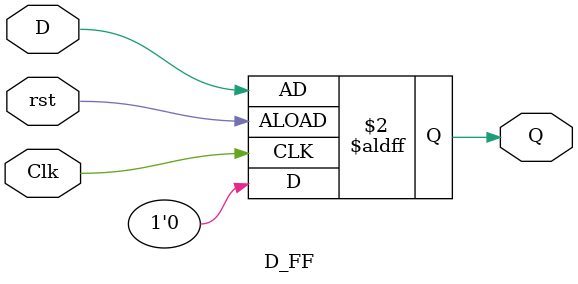
<source format=v>
`timescale 1ns / 1ps
module D_FF(
    input Clk,
    input rst,
    input D,
    output reg Q
);
    always @ (negedge Clk or negedge rst) begin
        if(rst) // When reset is active (1), Q is set to 0
            Q <= 0;
        else // Otherwise, Q follows the input D
            Q <= D;
    end
endmodule

</source>
